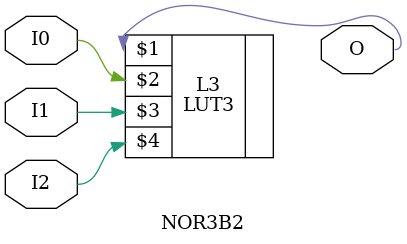
<source format=v>


`timescale  1 ps / 1 ps


module NOR3B2 (O, I0, I1, I2);

    output O;

    input  I0, I1, I2;

    LUT3 #(.INIT(8'h08)) L3 (O, I0, I1, I2);

endmodule

</source>
